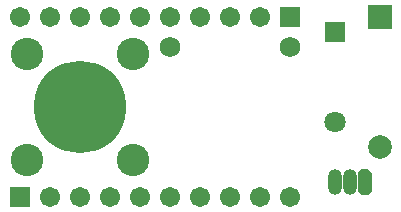
<source format=gbr>
G04 DipTrace 2.4.0.2*
%INBottomMask.gbr*%
%MOIN*%
%ADD17R,0.0709X0.0709*%
%ADD35C,0.068*%
%ADD37C,0.068*%
%ADD39O,0.0474X0.0867*%
%ADD43C,0.0671*%
%ADD45R,0.0671X0.0671*%
%ADD47C,0.108*%
%ADD49C,0.308*%
%ADD51C,0.0789*%
%ADD53R,0.0789X0.0789*%
%ADD55C,0.071*%
%FSLAX44Y44*%
G04*
G70*
G90*
G75*
G01*
%LNBotMask*%
%LPD*%
D55*
X15190Y7190D3*
D17*
Y10190D3*
D53*
X16690Y10690D3*
D51*
Y6340D3*
D49*
X6690Y7690D3*
D47*
X8458Y5922D3*
X4922D3*
Y9458D3*
X8458D3*
D45*
X13690Y10690D3*
D43*
X12690D3*
X11690D3*
X10690D3*
X9690D3*
X8690D3*
X7690D3*
X6690D3*
X5690D3*
X4690D3*
D45*
Y4690D3*
D43*
X5690D3*
X6690D3*
X7690D3*
X8690D3*
X9690D3*
X10690D3*
X11690D3*
X12690D3*
X13690D3*
G36*
X16427Y5502D2*
X16305Y5624D1*
X16075D1*
X15953Y5502D1*
Y4878D1*
X16075Y4756D1*
X16305D1*
X16427Y4878D1*
Y5502D1*
G37*
D39*
X15690Y5190D3*
X15190D3*
D37*
X9690Y9690D3*
D35*
X13690D3*
M02*

</source>
